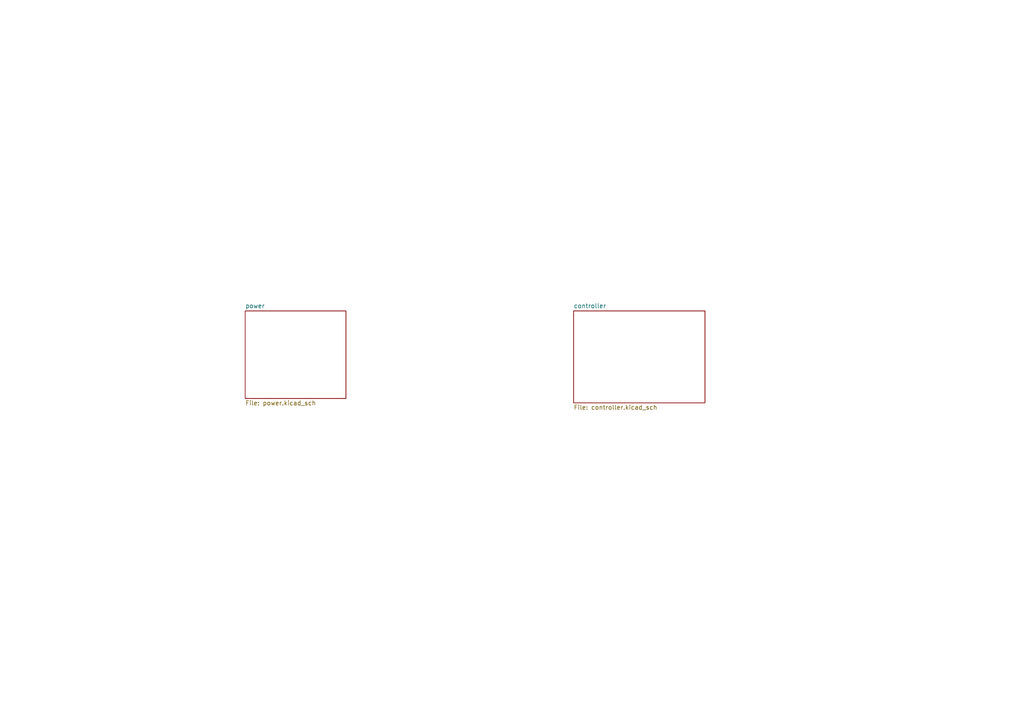
<source format=kicad_sch>
(kicad_sch (version 20230121) (generator eeschema)
  (paper "A4")
  (lib_symbols)
  (sheet (at 166.37 90.17) (size 38.1 26.67) (stroke (width 0.1524))
    (property "Sheetname" "controller" (at 166.37 89.4584 0) (effects (justify left bottom)))
    (property "Sheetfile" "controller.kicad_sch" (at 166.37 117.4246 0) (effects (justify left top)))
  )
  (sheet (at 71.12 90.17) (size 29.21 25.4) (stroke (width 0.1524))
    (property "Sheetname" "power" (at 71.12 89.4584 0) (effects (justify left bottom)))
    (property "Sheetfile" "power.kicad_sch" (at 71.12 116.1546 0) (effects (justify left top)))
  )
)
</source>
